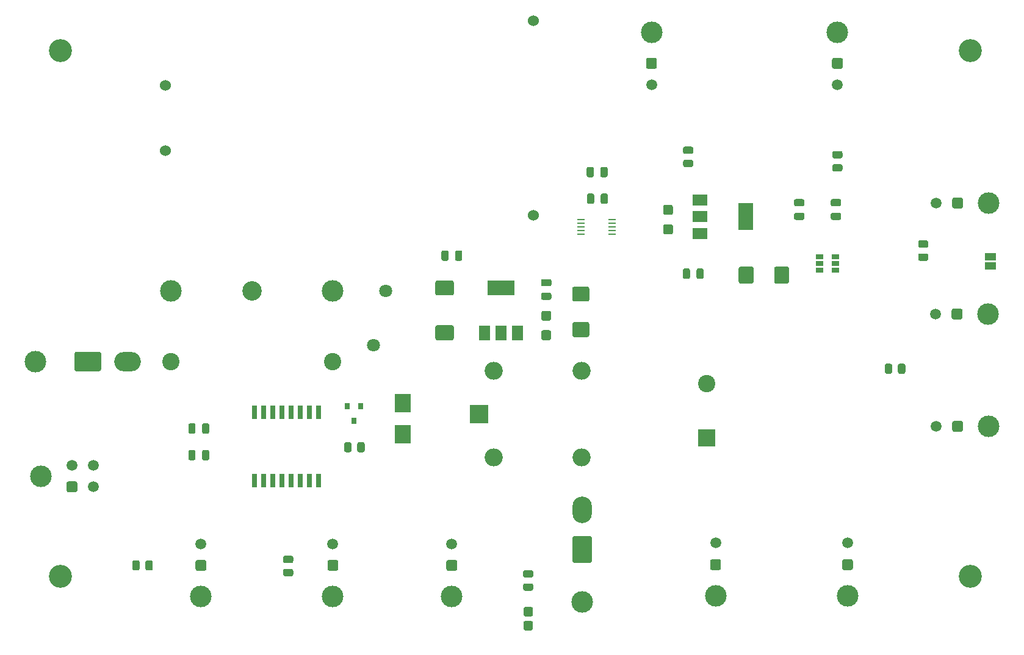
<source format=gts>
G04 #@! TF.GenerationSoftware,KiCad,Pcbnew,(5.1.9)-1*
G04 #@! TF.CreationDate,2021-01-28T15:57:22-05:00*
G04 #@! TF.ProjectId,SensorBoard,53656e73-6f72-4426-9f61-72642e6b6963,rev?*
G04 #@! TF.SameCoordinates,Original*
G04 #@! TF.FileFunction,Soldermask,Top*
G04 #@! TF.FilePolarity,Negative*
%FSLAX46Y46*%
G04 Gerber Fmt 4.6, Leading zero omitted, Abs format (unit mm)*
G04 Created by KiCad (PCBNEW (5.1.9)-1) date 2021-01-28 15:57:22*
%MOMM*%
%LPD*%
G01*
G04 APERTURE LIST*
%ADD10C,3.000000*%
%ADD11O,2.700000X3.700000*%
%ADD12O,3.700000X2.700000*%
%ADD13R,1.500000X1.000000*%
%ADD14C,2.400000*%
%ADD15R,2.400000X2.400000*%
%ADD16R,1.060000X0.650000*%
%ADD17R,2.000000X1.500000*%
%ADD18R,2.000000X3.800000*%
%ADD19R,1.100000X0.250000*%
%ADD20R,1.500000X2.000000*%
%ADD21R,3.800000X2.000000*%
%ADD22C,1.800000*%
%ADD23R,0.800000X0.900000*%
%ADD24C,1.524000*%
%ADD25O,2.500000X2.500000*%
%ADD26R,2.500000X2.500000*%
%ADD27C,1.500000*%
%ADD28R,0.650000X1.950000*%
%ADD29C,3.200000*%
%ADD30C,2.700000*%
%ADD31R,2.300000X2.500000*%
G04 APERTURE END LIST*
D10*
X160000000Y-146300000D03*
D11*
X160000000Y-133500000D03*
G36*
G01*
X161350000Y-137400001D02*
X161350000Y-140599999D01*
G75*
G02*
X161099999Y-140850000I-250001J0D01*
G01*
X158900001Y-140850000D01*
G75*
G02*
X158650000Y-140599999I0J250001D01*
G01*
X158650000Y-137400001D01*
G75*
G02*
X158900001Y-137150000I250001J0D01*
G01*
X161099999Y-137150000D01*
G75*
G02*
X161350000Y-137400001I0J-250001D01*
G01*
G37*
D10*
X84100000Y-112900000D03*
D12*
X96900000Y-112900000D03*
G36*
G01*
X92999999Y-114250000D02*
X89800001Y-114250000D01*
G75*
G02*
X89550000Y-113999999I0J250001D01*
G01*
X89550000Y-111800001D01*
G75*
G02*
X89800001Y-111550000I250001J0D01*
G01*
X92999999Y-111550000D01*
G75*
G02*
X93250000Y-111800001I0J-250001D01*
G01*
X93250000Y-113999999D01*
G75*
G02*
X92999999Y-114250000I-250001J0D01*
G01*
G37*
G36*
G01*
X207750002Y-97100000D02*
X206849998Y-97100000D01*
G75*
G02*
X206600000Y-96850002I0J249998D01*
G01*
X206600000Y-96324998D01*
G75*
G02*
X206849998Y-96075000I249998J0D01*
G01*
X207750002Y-96075000D01*
G75*
G02*
X208000000Y-96324998I0J-249998D01*
G01*
X208000000Y-96850002D01*
G75*
G02*
X207750002Y-97100000I-249998J0D01*
G01*
G37*
G36*
G01*
X207750002Y-98925000D02*
X206849998Y-98925000D01*
G75*
G02*
X206600000Y-98675002I0J249998D01*
G01*
X206600000Y-98149998D01*
G75*
G02*
X206849998Y-97900000I249998J0D01*
G01*
X207750002Y-97900000D01*
G75*
G02*
X208000000Y-98149998I0J-249998D01*
G01*
X208000000Y-98675002D01*
G75*
G02*
X207750002Y-98925000I-249998J0D01*
G01*
G37*
D13*
X216600000Y-99650000D03*
X216600000Y-98350000D03*
D14*
X177300000Y-116000000D03*
D15*
X177300000Y-123500000D03*
D16*
X192900000Y-99300000D03*
X192900000Y-100250000D03*
X192900000Y-98350000D03*
X195100000Y-98350000D03*
X195100000Y-99300000D03*
X195100000Y-100250000D03*
D17*
X176350000Y-90500000D03*
X176350000Y-95100000D03*
X176350000Y-92800000D03*
D18*
X182650000Y-92800000D03*
D19*
X159850000Y-95200000D03*
X159850000Y-94700000D03*
X159850000Y-94200000D03*
X159850000Y-93700000D03*
X159850000Y-93200000D03*
X164150000Y-93200000D03*
X164150000Y-93700000D03*
X164150000Y-94200000D03*
X164150000Y-94700000D03*
X164150000Y-95200000D03*
D20*
X146400000Y-108950000D03*
X151000000Y-108950000D03*
X148700000Y-108950000D03*
D21*
X148700000Y-102650000D03*
D22*
X132700000Y-103100000D03*
X131000000Y-110600000D03*
G36*
G01*
X203000000Y-113449998D02*
X203000000Y-114350002D01*
G75*
G02*
X202750002Y-114600000I-249998J0D01*
G01*
X202224998Y-114600000D01*
G75*
G02*
X201975000Y-114350002I0J249998D01*
G01*
X201975000Y-113449998D01*
G75*
G02*
X202224998Y-113200000I249998J0D01*
G01*
X202750002Y-113200000D01*
G75*
G02*
X203000000Y-113449998I0J-249998D01*
G01*
G37*
G36*
G01*
X204825000Y-113449998D02*
X204825000Y-114350002D01*
G75*
G02*
X204575002Y-114600000I-249998J0D01*
G01*
X204049998Y-114600000D01*
G75*
G02*
X203800000Y-114350002I0J249998D01*
G01*
X203800000Y-113449998D01*
G75*
G02*
X204049998Y-113200000I249998J0D01*
G01*
X204575002Y-113200000D01*
G75*
G02*
X204825000Y-113449998I0J-249998D01*
G01*
G37*
G36*
G01*
X152049998Y-143700000D02*
X152950002Y-143700000D01*
G75*
G02*
X153200000Y-143949998I0J-249998D01*
G01*
X153200000Y-144475002D01*
G75*
G02*
X152950002Y-144725000I-249998J0D01*
G01*
X152049998Y-144725000D01*
G75*
G02*
X151800000Y-144475002I0J249998D01*
G01*
X151800000Y-143949998D01*
G75*
G02*
X152049998Y-143700000I249998J0D01*
G01*
G37*
G36*
G01*
X152049998Y-141875000D02*
X152950002Y-141875000D01*
G75*
G02*
X153200000Y-142124998I0J-249998D01*
G01*
X153200000Y-142650002D01*
G75*
G02*
X152950002Y-142900000I-249998J0D01*
G01*
X152049998Y-142900000D01*
G75*
G02*
X151800000Y-142650002I0J249998D01*
G01*
X151800000Y-142124998D01*
G75*
G02*
X152049998Y-141875000I249998J0D01*
G01*
G37*
G36*
G01*
X127987500Y-124349998D02*
X127987500Y-125250002D01*
G75*
G02*
X127737502Y-125500000I-249998J0D01*
G01*
X127212498Y-125500000D01*
G75*
G02*
X126962500Y-125250002I0J249998D01*
G01*
X126962500Y-124349998D01*
G75*
G02*
X127212498Y-124100000I249998J0D01*
G01*
X127737502Y-124100000D01*
G75*
G02*
X127987500Y-124349998I0J-249998D01*
G01*
G37*
G36*
G01*
X129812500Y-124349998D02*
X129812500Y-125250002D01*
G75*
G02*
X129562502Y-125500000I-249998J0D01*
G01*
X129037498Y-125500000D01*
G75*
G02*
X128787500Y-125250002I0J249998D01*
G01*
X128787500Y-124349998D01*
G75*
G02*
X129037498Y-124100000I249998J0D01*
G01*
X129562502Y-124100000D01*
G75*
G02*
X129812500Y-124349998I0J-249998D01*
G01*
G37*
G36*
G01*
X119650002Y-140887500D02*
X118749998Y-140887500D01*
G75*
G02*
X118500000Y-140637502I0J249998D01*
G01*
X118500000Y-140112498D01*
G75*
G02*
X118749998Y-139862500I249998J0D01*
G01*
X119650002Y-139862500D01*
G75*
G02*
X119900000Y-140112498I0J-249998D01*
G01*
X119900000Y-140637502D01*
G75*
G02*
X119650002Y-140887500I-249998J0D01*
G01*
G37*
G36*
G01*
X119650002Y-142712500D02*
X118749998Y-142712500D01*
G75*
G02*
X118500000Y-142462502I0J249998D01*
G01*
X118500000Y-141937498D01*
G75*
G02*
X118749998Y-141687500I249998J0D01*
G01*
X119650002Y-141687500D01*
G75*
G02*
X119900000Y-141937498I0J-249998D01*
G01*
X119900000Y-142462502D01*
G75*
G02*
X119650002Y-142712500I-249998J0D01*
G01*
G37*
G36*
G01*
X194949998Y-85500000D02*
X195850002Y-85500000D01*
G75*
G02*
X196100000Y-85749998I0J-249998D01*
G01*
X196100000Y-86275002D01*
G75*
G02*
X195850002Y-86525000I-249998J0D01*
G01*
X194949998Y-86525000D01*
G75*
G02*
X194700000Y-86275002I0J249998D01*
G01*
X194700000Y-85749998D01*
G75*
G02*
X194949998Y-85500000I249998J0D01*
G01*
G37*
G36*
G01*
X194949998Y-83675000D02*
X195850002Y-83675000D01*
G75*
G02*
X196100000Y-83924998I0J-249998D01*
G01*
X196100000Y-84450002D01*
G75*
G02*
X195850002Y-84700000I-249998J0D01*
G01*
X194949998Y-84700000D01*
G75*
G02*
X194700000Y-84450002I0J249998D01*
G01*
X194700000Y-83924998D01*
G75*
G02*
X194949998Y-83675000I249998J0D01*
G01*
G37*
G36*
G01*
X174249998Y-84887500D02*
X175150002Y-84887500D01*
G75*
G02*
X175400000Y-85137498I0J-249998D01*
G01*
X175400000Y-85662502D01*
G75*
G02*
X175150002Y-85912500I-249998J0D01*
G01*
X174249998Y-85912500D01*
G75*
G02*
X174000000Y-85662502I0J249998D01*
G01*
X174000000Y-85137498D01*
G75*
G02*
X174249998Y-84887500I249998J0D01*
G01*
G37*
G36*
G01*
X174249998Y-83062500D02*
X175150002Y-83062500D01*
G75*
G02*
X175400000Y-83312498I0J-249998D01*
G01*
X175400000Y-83837502D01*
G75*
G02*
X175150002Y-84087500I-249998J0D01*
G01*
X174249998Y-84087500D01*
G75*
G02*
X174000000Y-83837502I0J249998D01*
G01*
X174000000Y-83312498D01*
G75*
G02*
X174249998Y-83062500I249998J0D01*
G01*
G37*
G36*
G01*
X99400000Y-141650002D02*
X99400000Y-140749998D01*
G75*
G02*
X99649998Y-140500000I249998J0D01*
G01*
X100175002Y-140500000D01*
G75*
G02*
X100425000Y-140749998I0J-249998D01*
G01*
X100425000Y-141650002D01*
G75*
G02*
X100175002Y-141900000I-249998J0D01*
G01*
X99649998Y-141900000D01*
G75*
G02*
X99400000Y-141650002I0J249998D01*
G01*
G37*
G36*
G01*
X97575000Y-141650002D02*
X97575000Y-140749998D01*
G75*
G02*
X97824998Y-140500000I249998J0D01*
G01*
X98350002Y-140500000D01*
G75*
G02*
X98600000Y-140749998I0J-249998D01*
G01*
X98600000Y-141650002D01*
G75*
G02*
X98350002Y-141900000I-249998J0D01*
G01*
X97824998Y-141900000D01*
G75*
G02*
X97575000Y-141650002I0J249998D01*
G01*
G37*
D23*
X128300000Y-121100000D03*
X127350000Y-119100000D03*
X129250000Y-119100000D03*
D24*
X153200000Y-92600000D03*
X153200000Y-65600000D03*
X102200000Y-83600000D03*
X102200000Y-74600000D03*
D25*
X147700000Y-114200000D03*
X159900000Y-114200000D03*
X159900000Y-126200000D03*
X147700000Y-126200000D03*
D26*
X145700000Y-120200000D03*
D27*
X209080000Y-90900000D03*
G36*
G01*
X211580000Y-90150000D02*
X212580000Y-90150000D01*
G75*
G02*
X212830000Y-90400000I0J-250000D01*
G01*
X212830000Y-91400000D01*
G75*
G02*
X212580000Y-91650000I-250000J0D01*
G01*
X211580000Y-91650000D01*
G75*
G02*
X211330000Y-91400000I0J250000D01*
G01*
X211330000Y-90400000D01*
G75*
G02*
X211580000Y-90150000I250000J0D01*
G01*
G37*
D10*
X216400000Y-90900000D03*
D27*
X209080000Y-121900000D03*
G36*
G01*
X211580000Y-121150000D02*
X212580000Y-121150000D01*
G75*
G02*
X212830000Y-121400000I0J-250000D01*
G01*
X212830000Y-122400000D01*
G75*
G02*
X212580000Y-122650000I-250000J0D01*
G01*
X211580000Y-122650000D01*
G75*
G02*
X211330000Y-122400000I0J250000D01*
G01*
X211330000Y-121400000D01*
G75*
G02*
X211580000Y-121150000I250000J0D01*
G01*
G37*
D10*
X216400000Y-121900000D03*
D27*
X196800000Y-138100000D03*
G36*
G01*
X197550000Y-140600000D02*
X197550000Y-141600000D01*
G75*
G02*
X197300000Y-141850000I-250000J0D01*
G01*
X196300000Y-141850000D01*
G75*
G02*
X196050000Y-141600000I0J250000D01*
G01*
X196050000Y-140600000D01*
G75*
G02*
X196300000Y-140350000I250000J0D01*
G01*
X197300000Y-140350000D01*
G75*
G02*
X197550000Y-140600000I0J-250000D01*
G01*
G37*
D10*
X196800000Y-145420000D03*
D27*
X178500000Y-138100000D03*
G36*
G01*
X179250000Y-140600000D02*
X179250000Y-141600000D01*
G75*
G02*
X179000000Y-141850000I-250000J0D01*
G01*
X178000000Y-141850000D01*
G75*
G02*
X177750000Y-141600000I0J250000D01*
G01*
X177750000Y-140600000D01*
G75*
G02*
X178000000Y-140350000I250000J0D01*
G01*
X179000000Y-140350000D01*
G75*
G02*
X179250000Y-140600000I0J-250000D01*
G01*
G37*
D10*
X178500000Y-145420000D03*
D27*
X209000000Y-106300000D03*
G36*
G01*
X211500000Y-105550000D02*
X212500000Y-105550000D01*
G75*
G02*
X212750000Y-105800000I0J-250000D01*
G01*
X212750000Y-106800000D01*
G75*
G02*
X212500000Y-107050000I-250000J0D01*
G01*
X211500000Y-107050000D01*
G75*
G02*
X211250000Y-106800000I0J250000D01*
G01*
X211250000Y-105800000D01*
G75*
G02*
X211500000Y-105550000I250000J0D01*
G01*
G37*
D10*
X216320000Y-106300000D03*
D27*
X125400000Y-138200000D03*
G36*
G01*
X126150000Y-140700000D02*
X126150000Y-141700000D01*
G75*
G02*
X125900000Y-141950000I-250000J0D01*
G01*
X124900000Y-141950000D01*
G75*
G02*
X124650000Y-141700000I0J250000D01*
G01*
X124650000Y-140700000D01*
G75*
G02*
X124900000Y-140450000I250000J0D01*
G01*
X125900000Y-140450000D01*
G75*
G02*
X126150000Y-140700000I0J-250000D01*
G01*
G37*
D10*
X125400000Y-145520000D03*
D27*
X195400000Y-74500000D03*
G36*
G01*
X194650000Y-72000000D02*
X194650000Y-71000000D01*
G75*
G02*
X194900000Y-70750000I250000J0D01*
G01*
X195900000Y-70750000D01*
G75*
G02*
X196150000Y-71000000I0J-250000D01*
G01*
X196150000Y-72000000D01*
G75*
G02*
X195900000Y-72250000I-250000J0D01*
G01*
X194900000Y-72250000D01*
G75*
G02*
X194650000Y-72000000I0J250000D01*
G01*
G37*
D10*
X195400000Y-67180000D03*
D27*
X169600000Y-74500000D03*
G36*
G01*
X168850000Y-72000000D02*
X168850000Y-71000000D01*
G75*
G02*
X169100000Y-70750000I250000J0D01*
G01*
X170100000Y-70750000D01*
G75*
G02*
X170350000Y-71000000I0J-250000D01*
G01*
X170350000Y-72000000D01*
G75*
G02*
X170100000Y-72250000I-250000J0D01*
G01*
X169100000Y-72250000D01*
G75*
G02*
X168850000Y-72000000I0J250000D01*
G01*
G37*
D10*
X169600000Y-67180000D03*
D27*
X141900000Y-138200000D03*
G36*
G01*
X142650000Y-140700000D02*
X142650000Y-141700000D01*
G75*
G02*
X142400000Y-141950000I-250000J0D01*
G01*
X141400000Y-141950000D01*
G75*
G02*
X141150000Y-141700000I0J250000D01*
G01*
X141150000Y-140700000D01*
G75*
G02*
X141400000Y-140450000I250000J0D01*
G01*
X142400000Y-140450000D01*
G75*
G02*
X142650000Y-140700000I0J-250000D01*
G01*
G37*
D10*
X141900000Y-145520000D03*
D27*
X107100000Y-138200000D03*
G36*
G01*
X107850000Y-140700000D02*
X107850000Y-141700000D01*
G75*
G02*
X107600000Y-141950000I-250000J0D01*
G01*
X106600000Y-141950000D01*
G75*
G02*
X106350000Y-141700000I0J250000D01*
G01*
X106350000Y-140700000D01*
G75*
G02*
X106600000Y-140450000I250000J0D01*
G01*
X107600000Y-140450000D01*
G75*
G02*
X107850000Y-140700000I0J-250000D01*
G01*
G37*
D10*
X107100000Y-145520000D03*
D27*
X92200000Y-127300000D03*
X92200000Y-130300000D03*
X89200000Y-127300000D03*
G36*
G01*
X89700000Y-131050000D02*
X88700000Y-131050000D01*
G75*
G02*
X88450000Y-130800000I0J250000D01*
G01*
X88450000Y-129800000D01*
G75*
G02*
X88700000Y-129550000I250000J0D01*
G01*
X89700000Y-129550000D01*
G75*
G02*
X89950000Y-129800000I0J-250000D01*
G01*
X89950000Y-130800000D01*
G75*
G02*
X89700000Y-131050000I-250000J0D01*
G01*
G37*
D10*
X84880000Y-128800000D03*
D28*
X114555000Y-129425000D03*
X115825000Y-129425000D03*
X117095000Y-129425000D03*
X118365000Y-129425000D03*
X119635000Y-129425000D03*
X120905000Y-129425000D03*
X122175000Y-129425000D03*
X123445000Y-129425000D03*
X123445000Y-119975000D03*
X122175000Y-119975000D03*
X120905000Y-119975000D03*
X119635000Y-119975000D03*
X118365000Y-119975000D03*
X117095000Y-119975000D03*
X115825000Y-119975000D03*
X114555000Y-119975000D03*
D29*
X213800000Y-69700000D03*
X213800000Y-142700000D03*
X87600000Y-142700000D03*
X87600000Y-69700000D03*
D30*
X114150000Y-103100000D03*
D10*
X102900000Y-103100000D03*
X125400000Y-103100000D03*
D31*
X135100000Y-122950000D03*
X135100000Y-118650000D03*
G36*
G01*
X152900001Y-148300000D02*
X152099999Y-148300000D01*
G75*
G02*
X151850000Y-148050001I0J249999D01*
G01*
X151850000Y-147224999D01*
G75*
G02*
X152099999Y-146975000I249999J0D01*
G01*
X152900001Y-146975000D01*
G75*
G02*
X153150000Y-147224999I0J-249999D01*
G01*
X153150000Y-148050001D01*
G75*
G02*
X152900001Y-148300000I-249999J0D01*
G01*
G37*
G36*
G01*
X152900001Y-150225000D02*
X152099999Y-150225000D01*
G75*
G02*
X151850000Y-149975001I0J249999D01*
G01*
X151850000Y-149149999D01*
G75*
G02*
X152099999Y-148900000I249999J0D01*
G01*
X152900001Y-148900000D01*
G75*
G02*
X153150000Y-149149999I0J-249999D01*
G01*
X153150000Y-149975001D01*
G75*
G02*
X152900001Y-150225000I-249999J0D01*
G01*
G37*
G36*
G01*
X190575000Y-91350000D02*
X189625000Y-91350000D01*
G75*
G02*
X189375000Y-91100000I0J250000D01*
G01*
X189375000Y-90600000D01*
G75*
G02*
X189625000Y-90350000I250000J0D01*
G01*
X190575000Y-90350000D01*
G75*
G02*
X190825000Y-90600000I0J-250000D01*
G01*
X190825000Y-91100000D01*
G75*
G02*
X190575000Y-91350000I-250000J0D01*
G01*
G37*
G36*
G01*
X190575000Y-93250000D02*
X189625000Y-93250000D01*
G75*
G02*
X189375000Y-93000000I0J250000D01*
G01*
X189375000Y-92500000D01*
G75*
G02*
X189625000Y-92250000I250000J0D01*
G01*
X190575000Y-92250000D01*
G75*
G02*
X190825000Y-92500000I0J-250000D01*
G01*
X190825000Y-93000000D01*
G75*
G02*
X190575000Y-93250000I-250000J0D01*
G01*
G37*
G36*
G01*
X195675000Y-91350000D02*
X194725000Y-91350000D01*
G75*
G02*
X194475000Y-91100000I0J250000D01*
G01*
X194475000Y-90600000D01*
G75*
G02*
X194725000Y-90350000I250000J0D01*
G01*
X195675000Y-90350000D01*
G75*
G02*
X195925000Y-90600000I0J-250000D01*
G01*
X195925000Y-91100000D01*
G75*
G02*
X195675000Y-91350000I-250000J0D01*
G01*
G37*
G36*
G01*
X195675000Y-93250000D02*
X194725000Y-93250000D01*
G75*
G02*
X194475000Y-93000000I0J250000D01*
G01*
X194475000Y-92500000D01*
G75*
G02*
X194725000Y-92250000I250000J0D01*
G01*
X195675000Y-92250000D01*
G75*
G02*
X195925000Y-92500000I0J-250000D01*
G01*
X195925000Y-93000000D01*
G75*
G02*
X195675000Y-93250000I-250000J0D01*
G01*
G37*
G36*
G01*
X186625000Y-101825000D02*
X186625000Y-99975000D01*
G75*
G02*
X186875000Y-99725000I250000J0D01*
G01*
X188450000Y-99725000D01*
G75*
G02*
X188700000Y-99975000I0J-250000D01*
G01*
X188700000Y-101825000D01*
G75*
G02*
X188450000Y-102075000I-250000J0D01*
G01*
X186875000Y-102075000D01*
G75*
G02*
X186625000Y-101825000I0J250000D01*
G01*
G37*
G36*
G01*
X181700000Y-101825000D02*
X181700000Y-99975000D01*
G75*
G02*
X181950000Y-99725000I250000J0D01*
G01*
X183525000Y-99725000D01*
G75*
G02*
X183775000Y-99975000I0J-250000D01*
G01*
X183775000Y-101825000D01*
G75*
G02*
X183525000Y-102075000I-250000J0D01*
G01*
X181950000Y-102075000D01*
G75*
G02*
X181700000Y-101825000I0J250000D01*
G01*
G37*
G36*
G01*
X175850000Y-101175000D02*
X175850000Y-100225000D01*
G75*
G02*
X176100000Y-99975000I250000J0D01*
G01*
X176600000Y-99975000D01*
G75*
G02*
X176850000Y-100225000I0J-250000D01*
G01*
X176850000Y-101175000D01*
G75*
G02*
X176600000Y-101425000I-250000J0D01*
G01*
X176100000Y-101425000D01*
G75*
G02*
X175850000Y-101175000I0J250000D01*
G01*
G37*
G36*
G01*
X173950000Y-101175000D02*
X173950000Y-100225000D01*
G75*
G02*
X174200000Y-99975000I250000J0D01*
G01*
X174700000Y-99975000D01*
G75*
G02*
X174950000Y-100225000I0J-250000D01*
G01*
X174950000Y-101175000D01*
G75*
G02*
X174700000Y-101425000I-250000J0D01*
G01*
X174200000Y-101425000D01*
G75*
G02*
X173950000Y-101175000I0J250000D01*
G01*
G37*
G36*
G01*
X172325001Y-92550000D02*
X171474999Y-92550000D01*
G75*
G02*
X171225000Y-92300001I0J249999D01*
G01*
X171225000Y-91399999D01*
G75*
G02*
X171474999Y-91150000I249999J0D01*
G01*
X172325001Y-91150000D01*
G75*
G02*
X172575000Y-91399999I0J-249999D01*
G01*
X172575000Y-92300001D01*
G75*
G02*
X172325001Y-92550000I-249999J0D01*
G01*
G37*
G36*
G01*
X172325001Y-95250000D02*
X171474999Y-95250000D01*
G75*
G02*
X171225000Y-95000001I0J249999D01*
G01*
X171225000Y-94099999D01*
G75*
G02*
X171474999Y-93850000I249999J0D01*
G01*
X172325001Y-93850000D01*
G75*
G02*
X172575000Y-94099999I0J-249999D01*
G01*
X172575000Y-95000001D01*
G75*
G02*
X172325001Y-95250000I-249999J0D01*
G01*
G37*
G36*
G01*
X162510000Y-87075000D02*
X162510000Y-86125000D01*
G75*
G02*
X162760000Y-85875000I250000J0D01*
G01*
X163260000Y-85875000D01*
G75*
G02*
X163510000Y-86125000I0J-250000D01*
G01*
X163510000Y-87075000D01*
G75*
G02*
X163260000Y-87325000I-250000J0D01*
G01*
X162760000Y-87325000D01*
G75*
G02*
X162510000Y-87075000I0J250000D01*
G01*
G37*
G36*
G01*
X160610000Y-87075000D02*
X160610000Y-86125000D01*
G75*
G02*
X160860000Y-85875000I250000J0D01*
G01*
X161360000Y-85875000D01*
G75*
G02*
X161610000Y-86125000I0J-250000D01*
G01*
X161610000Y-87075000D01*
G75*
G02*
X161360000Y-87325000I-250000J0D01*
G01*
X160860000Y-87325000D01*
G75*
G02*
X160610000Y-87075000I0J250000D01*
G01*
G37*
G36*
G01*
X106350000Y-125425000D02*
X106350000Y-126375000D01*
G75*
G02*
X106100000Y-126625000I-250000J0D01*
G01*
X105600000Y-126625000D01*
G75*
G02*
X105350000Y-126375000I0J250000D01*
G01*
X105350000Y-125425000D01*
G75*
G02*
X105600000Y-125175000I250000J0D01*
G01*
X106100000Y-125175000D01*
G75*
G02*
X106350000Y-125425000I0J-250000D01*
G01*
G37*
G36*
G01*
X108250000Y-125425000D02*
X108250000Y-126375000D01*
G75*
G02*
X108000000Y-126625000I-250000J0D01*
G01*
X107500000Y-126625000D01*
G75*
G02*
X107250000Y-126375000I0J250000D01*
G01*
X107250000Y-125425000D01*
G75*
G02*
X107500000Y-125175000I250000J0D01*
G01*
X108000000Y-125175000D01*
G75*
G02*
X108250000Y-125425000I0J-250000D01*
G01*
G37*
G36*
G01*
X162550000Y-90775000D02*
X162550000Y-89825000D01*
G75*
G02*
X162800000Y-89575000I250000J0D01*
G01*
X163300000Y-89575000D01*
G75*
G02*
X163550000Y-89825000I0J-250000D01*
G01*
X163550000Y-90775000D01*
G75*
G02*
X163300000Y-91025000I-250000J0D01*
G01*
X162800000Y-91025000D01*
G75*
G02*
X162550000Y-90775000I0J250000D01*
G01*
G37*
G36*
G01*
X160650000Y-90775000D02*
X160650000Y-89825000D01*
G75*
G02*
X160900000Y-89575000I250000J0D01*
G01*
X161400000Y-89575000D01*
G75*
G02*
X161650000Y-89825000I0J-250000D01*
G01*
X161650000Y-90775000D01*
G75*
G02*
X161400000Y-91025000I-250000J0D01*
G01*
X160900000Y-91025000D01*
G75*
G02*
X160650000Y-90775000I0J250000D01*
G01*
G37*
G36*
G01*
X106350000Y-121725000D02*
X106350000Y-122675000D01*
G75*
G02*
X106100000Y-122925000I-250000J0D01*
G01*
X105600000Y-122925000D01*
G75*
G02*
X105350000Y-122675000I0J250000D01*
G01*
X105350000Y-121725000D01*
G75*
G02*
X105600000Y-121475000I250000J0D01*
G01*
X106100000Y-121475000D01*
G75*
G02*
X106350000Y-121725000I0J-250000D01*
G01*
G37*
G36*
G01*
X108250000Y-121725000D02*
X108250000Y-122675000D01*
G75*
G02*
X108000000Y-122925000I-250000J0D01*
G01*
X107500000Y-122925000D01*
G75*
G02*
X107250000Y-122675000I0J250000D01*
G01*
X107250000Y-121725000D01*
G75*
G02*
X107500000Y-121475000I250000J0D01*
G01*
X108000000Y-121475000D01*
G75*
G02*
X108250000Y-121725000I0J-250000D01*
G01*
G37*
G36*
G01*
X142350000Y-98675000D02*
X142350000Y-97725000D01*
G75*
G02*
X142600000Y-97475000I250000J0D01*
G01*
X143100000Y-97475000D01*
G75*
G02*
X143350000Y-97725000I0J-250000D01*
G01*
X143350000Y-98675000D01*
G75*
G02*
X143100000Y-98925000I-250000J0D01*
G01*
X142600000Y-98925000D01*
G75*
G02*
X142350000Y-98675000I0J250000D01*
G01*
G37*
G36*
G01*
X140450000Y-98675000D02*
X140450000Y-97725000D01*
G75*
G02*
X140700000Y-97475000I250000J0D01*
G01*
X141200000Y-97475000D01*
G75*
G02*
X141450000Y-97725000I0J-250000D01*
G01*
X141450000Y-98675000D01*
G75*
G02*
X141200000Y-98925000I-250000J0D01*
G01*
X140700000Y-98925000D01*
G75*
G02*
X140450000Y-98675000I0J250000D01*
G01*
G37*
G36*
G01*
X158875000Y-107425000D02*
X160725000Y-107425000D01*
G75*
G02*
X160975000Y-107675000I0J-250000D01*
G01*
X160975000Y-109250000D01*
G75*
G02*
X160725000Y-109500000I-250000J0D01*
G01*
X158875000Y-109500000D01*
G75*
G02*
X158625000Y-109250000I0J250000D01*
G01*
X158625000Y-107675000D01*
G75*
G02*
X158875000Y-107425000I250000J0D01*
G01*
G37*
G36*
G01*
X158875000Y-102500000D02*
X160725000Y-102500000D01*
G75*
G02*
X160975000Y-102750000I0J-250000D01*
G01*
X160975000Y-104325000D01*
G75*
G02*
X160725000Y-104575000I-250000J0D01*
G01*
X158875000Y-104575000D01*
G75*
G02*
X158625000Y-104325000I0J250000D01*
G01*
X158625000Y-102750000D01*
G75*
G02*
X158875000Y-102500000I250000J0D01*
G01*
G37*
G36*
G01*
X154525000Y-103350000D02*
X155475000Y-103350000D01*
G75*
G02*
X155725000Y-103600000I0J-250000D01*
G01*
X155725000Y-104100000D01*
G75*
G02*
X155475000Y-104350000I-250000J0D01*
G01*
X154525000Y-104350000D01*
G75*
G02*
X154275000Y-104100000I0J250000D01*
G01*
X154275000Y-103600000D01*
G75*
G02*
X154525000Y-103350000I250000J0D01*
G01*
G37*
G36*
G01*
X154525000Y-101450000D02*
X155475000Y-101450000D01*
G75*
G02*
X155725000Y-101700000I0J-250000D01*
G01*
X155725000Y-102200000D01*
G75*
G02*
X155475000Y-102450000I-250000J0D01*
G01*
X154525000Y-102450000D01*
G75*
G02*
X154275000Y-102200000I0J250000D01*
G01*
X154275000Y-101700000D01*
G75*
G02*
X154525000Y-101450000I250000J0D01*
G01*
G37*
G36*
G01*
X155425001Y-107250000D02*
X154574999Y-107250000D01*
G75*
G02*
X154325000Y-107000001I0J249999D01*
G01*
X154325000Y-106099999D01*
G75*
G02*
X154574999Y-105850000I249999J0D01*
G01*
X155425001Y-105850000D01*
G75*
G02*
X155675000Y-106099999I0J-249999D01*
G01*
X155675000Y-107000001D01*
G75*
G02*
X155425001Y-107250000I-249999J0D01*
G01*
G37*
G36*
G01*
X155425001Y-109950000D02*
X154574999Y-109950000D01*
G75*
G02*
X154325000Y-109700001I0J249999D01*
G01*
X154325000Y-108799999D01*
G75*
G02*
X154574999Y-108550000I249999J0D01*
G01*
X155425001Y-108550000D01*
G75*
G02*
X155675000Y-108799999I0J-249999D01*
G01*
X155675000Y-109700001D01*
G75*
G02*
X155425001Y-109950000I-249999J0D01*
G01*
G37*
G36*
G01*
X141925000Y-103725000D02*
X139875000Y-103725000D01*
G75*
G02*
X139625000Y-103475000I0J250000D01*
G01*
X139625000Y-101900000D01*
G75*
G02*
X139875000Y-101650000I250000J0D01*
G01*
X141925000Y-101650000D01*
G75*
G02*
X142175000Y-101900000I0J-250000D01*
G01*
X142175000Y-103475000D01*
G75*
G02*
X141925000Y-103725000I-250000J0D01*
G01*
G37*
G36*
G01*
X141925000Y-109950000D02*
X139875000Y-109950000D01*
G75*
G02*
X139625000Y-109700000I0J250000D01*
G01*
X139625000Y-108125000D01*
G75*
G02*
X139875000Y-107875000I250000J0D01*
G01*
X141925000Y-107875000D01*
G75*
G02*
X142175000Y-108125000I0J-250000D01*
G01*
X142175000Y-109700000D01*
G75*
G02*
X141925000Y-109950000I-250000J0D01*
G01*
G37*
D14*
X125400000Y-112900000D03*
X102900000Y-112900000D03*
M02*

</source>
